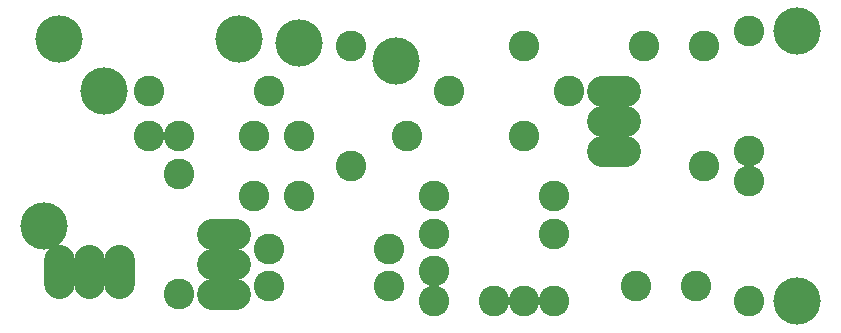
<source format=gbr>
%FSLAX34Y34*%
%MOMM*%
%LNSOLDERMASK_TOP*%
G71*
G01*
%ADD10C, 2.600*%
%ADD11C, 2.600*%
%ADD12C, 4.000*%
%LPD*%
X139700Y133350D02*
G54D10*
D03*
X139700Y165100D02*
G54D10*
D03*
X203200Y165100D02*
G54D10*
D03*
X215900Y203200D02*
G54D10*
D03*
X114300Y203200D02*
G54D10*
D03*
X114300Y165100D02*
G54D10*
D03*
X139700Y31750D02*
G54D10*
D03*
G54D11*
X167800Y31750D02*
X187800Y31750D01*
G54D11*
X167800Y57150D02*
X187800Y57150D01*
G54D11*
X167800Y82550D02*
X187800Y82550D01*
G54D11*
X88900Y60800D02*
X88900Y40800D01*
G54D11*
X63500Y60800D02*
X63500Y40800D01*
G54D11*
X38100Y60800D02*
X38100Y40800D01*
X215900Y38100D02*
G54D10*
D03*
X215900Y69850D02*
G54D10*
D03*
X317500Y38100D02*
G54D10*
D03*
X317500Y69850D02*
G54D10*
D03*
X355600Y25400D02*
G54D10*
D03*
X355600Y50800D02*
G54D10*
D03*
X355600Y82550D02*
G54D10*
D03*
X355600Y114300D02*
G54D10*
D03*
X406400Y25400D02*
G54D10*
D03*
X431800Y25400D02*
G54D10*
D03*
X431800Y165100D02*
G54D10*
D03*
X457200Y25400D02*
G54D10*
D03*
X457200Y82550D02*
G54D10*
D03*
X457200Y114300D02*
G54D10*
D03*
G54D11*
X498000Y152400D02*
X518000Y152400D01*
G54D11*
X498000Y177800D02*
X518000Y177800D01*
X622300Y25400D02*
G54D10*
D03*
X622300Y127000D02*
G54D10*
D03*
X622300Y152400D02*
G54D10*
D03*
X584200Y139700D02*
G54D10*
D03*
X584200Y241300D02*
G54D10*
D03*
X533400Y241300D02*
G54D10*
D03*
G54D11*
X498000Y203200D02*
X518000Y203200D01*
X469900Y203200D02*
G54D10*
D03*
X622300Y254000D02*
G54D10*
D03*
X431800Y241300D02*
G54D10*
D03*
X333375Y165100D02*
G54D10*
D03*
X368300Y203200D02*
G54D10*
D03*
X285750Y139700D02*
G54D10*
D03*
X285750Y241300D02*
G54D10*
D03*
X241300Y114300D02*
G54D10*
D03*
X241300Y165100D02*
G54D10*
D03*
X241300Y244475D02*
G54D12*
D03*
X190500Y247650D02*
G54D12*
D03*
X203200Y114300D02*
G54D10*
D03*
X577850Y38100D02*
G54D10*
D03*
X527050Y38100D02*
G54D10*
D03*
X663575Y25400D02*
G54D12*
D03*
X663575Y254000D02*
G54D12*
D03*
X323850Y228600D02*
G54D12*
D03*
X76200Y203200D02*
G54D12*
D03*
X38100Y247650D02*
G54D12*
D03*
X25400Y88900D02*
G54D12*
D03*
M02*

</source>
